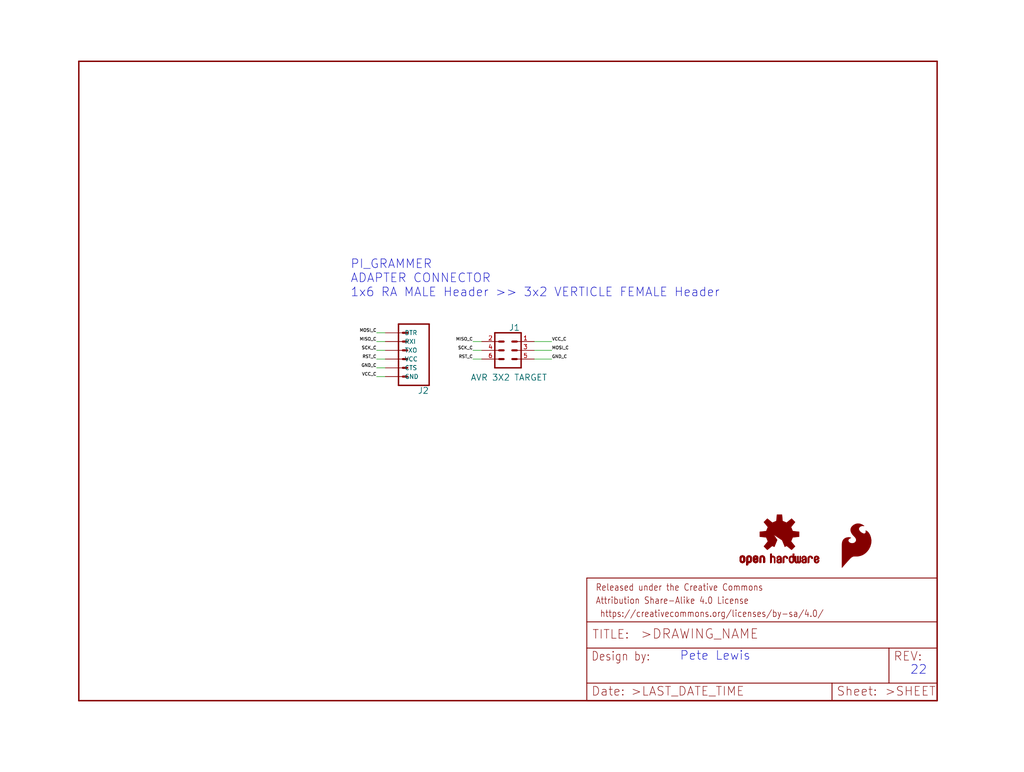
<source format=kicad_sch>
(kicad_sch (version 20211123) (generator eeschema)
  (paper "User" 297.002 223.926)
  (lib_symbols
    (symbol "eagleSchem-eagle-import:6_PIN_SERIAL_TARGETSMD"
      (property "Reference" "J" (at -7.62 10.668 0))
      (property "Value" "6_PIN_SERIAL_TARGETSMD" (at -7.62 -9.906 0))
      (symbol "6_PIN_SERIAL_TARGETSMD_1_0"
        (pin passive line (at 5.08 -5.08 180) (length 5.08) (name "DTR") (number "1"))
        (pin passive line (at 5.08 -2.54 180) (length 5.08) (name "RXI") (number "2"))
        (pin passive line (at 5.08 0 180) (length 5.08) (name "TXO") (number "3"))
        (pin passive line (at 5.08 2.54 180) (length 5.08) (name "VCC") (number "4"))
        (pin passive line (at 5.08 5.08 180) (length 5.08) (name "CTS") (number "5"))
        (pin passive line (at 5.08 7.62 180) (length 5.08) (name "GND") (number "6"))
      )
    )
    (symbol "eagleSchem-eagle-import:CONN_03X2SMT"
      (property "Reference" "J" (at -3.556 5.588 0))
      (property "Value" "CONN_03X2SMT" (at -3.302 -5.842 0))
      (symbol "CONN_03X2SMT_1_0"
        (pin bidirectional line (at -7.62 2.54 0) (length 5.08) (name "1") (number "1"))
        (pin bidirectional line (at 7.62 2.54 180) (length 5.08) (name "2") (number "2"))
        (pin bidirectional line (at -7.62 0 0) (length 5.08) (name "3") (number "3"))
        (pin bidirectional line (at 7.62 0 180) (length 5.08) (name "4") (number "4"))
        (pin bidirectional line (at -7.62 -2.54 0) (length 5.08) (name "5") (number "5"))
        (pin bidirectional line (at 7.62 -2.54 180) (length 5.08) (name "6") (number "6"))
      )
    )
    (symbol "eagleSchem-eagle-import:FRAME-LETTER"
      (symbol "FRAME-LETTER_2_0"
        (text " https://creativecommons.org/licenses/by-sa/4.0/" (at 2.54 24.13 0) (effects (font (size 1.9304 1.6408)) (justify left bottom)))
        (text ">DRAWING_NAME" (at 15.494 17.78 0) (effects (font (size 2.7432 2.7432)) (justify left bottom)))
        (text ">LAST_DATE_TIME" (at 12.7 1.27 0) (effects (font (size 2.54 2.54)) (justify left bottom)))
        (text ">SHEET" (at 86.36 1.27 0) (effects (font (size 2.54 2.54)) (justify left bottom)))
        (text "Attribution Share-Alike 4.0 License" (at 2.54 27.94 0) (effects (font (size 1.9304 1.6408)) (justify left bottom)))
        (text "Date:" (at 1.27 1.27 0) (effects (font (size 2.54 2.54)) (justify left bottom)))
        (text "Design by:" (at 1.27 11.43 0) (effects (font (size 2.54 2.159)) (justify left bottom)))
        (text "Released under the Creative Commons" (at 2.54 31.75 0) (effects (font (size 1.9304 1.6408)) (justify left bottom)))
        (text "REV:" (at 88.9 11.43 0) (effects (font (size 2.54 2.54)) (justify left bottom)))
        (text "Sheet:" (at 72.39 1.27 0) (effects (font (size 2.54 2.54)) (justify left bottom)))
        (text "TITLE:" (at 1.524 17.78 0) (effects (font (size 2.54 2.54)) (justify left bottom)))
      )
    )
    (symbol "eagleSchem-eagle-import:OSHW-LOGOMINI")
    (symbol "eagleSchem-eagle-import:SFE_LOGO_FLAME.1_INCH")
  )
  (wire (pts (xy 154.94 99.06) (xy 160.02 99.06)))
  (wire (pts (xy 139.7 101.6) (xy 137.16 101.6)))
  (wire (pts (xy 154.94 104.14) (xy 160.02 104.14)))
  (wire (pts (xy 111.76 109.22) (xy 109.22 109.22)))
  (wire (pts (xy 139.7 104.14) (xy 137.16 104.14)))
  (wire (pts (xy 154.94 101.6) (xy 160.02 101.6)))
  (wire (pts (xy 111.76 106.68) (xy 109.22 106.68)))
  (wire (pts (xy 111.76 101.6) (xy 109.22 101.6)))
  (wire (pts (xy 139.7 99.06) (xy 137.16 99.06)))
  (wire (pts (xy 111.76 96.52) (xy 109.22 96.52)))
  (wire (pts (xy 111.76 104.14) (xy 109.22 104.14)))
  (wire (pts (xy 111.76 99.06) (xy 109.22 99.06)))
  (text "22" (at 263.906 195.834 180) (effects (font (size 2.54 2.54)) (justify left bottom)))
  (text "PI_GRAMMER\nADAPTER CONNECTOR\n1x6 RA MALE Header >> 3x2 VERTICLE FEMALE Header" (at 101.6 86.36 0) (effects (font (size 2.54 2.54)) (justify left bottom)))
  (text "Pete Lewis" (at 197.104 191.77 180) (effects (font (size 2.54 2.54)) (justify left bottom)))
  (label "MOSI_C" (at 109.22 96.52 180) (effects (font (size 0.889 0.889))))
  (label "VCC_C" (at 109.22 109.22 180) (effects (font (size 0.889 0.889))))
  (label "MOSI_C" (at 160.02 101.6 0) (effects (font (size 0.889 0.889))))
  (label "SCK_C" (at 137.16 101.6 180) (effects (font (size 0.889 0.889))))
  (label "MISO_C" (at 137.16 99.06 180) (effects (font (size 0.889 0.889))))
  (label "VCC_C" (at 160.02 99.06 0) (effects (font (size 0.889 0.889))))
  (label "GND_C" (at 109.22 106.68 180) (effects (font (size 0.889 0.889))))
  (label "RST_C" (at 109.22 104.14 180) (effects (font (size 0.889 0.889))))
  (label "SCK_C" (at 109.22 101.6 180) (effects (font (size 0.889 0.889))))
  (label "RST_C" (at 137.16 104.14 180) (effects (font (size 0.889 0.889))))
  (label "MISO_C" (at 109.22 99.06 180) (effects (font (size 0.889 0.889))))
  (label "GND_C" (at 160.02 104.14 0) (effects (font (size 0.889 0.889))))
  (symbol (lib_id "eagleSchem-eagle-import:CONN_03X2SMT") (at 147.32 101.6 0) (mirror y) (unit 1)
    (property "Reference" "J1" (at 150.876 96.012 0) (effects (font (size 1.778 1.778)) (justify left bottom)))
    (property "Value" "AVR 3X2 TARGET" (at 158.75 108.458 0) (effects (font (size 1.778 1.778)) (justify left top)))
    (property "Footprint" "eagleSchem:2X3_SMT_POSTS" (effects hide))
  )
  (symbol (lib_id "eagleSchem-eagle-import:6_PIN_SERIAL_TARGETSMD") (at 116.84 101.6 180) (unit 1)
    (property "Reference" "J2" (at 124.46 112.268 0) (effects (font (size 1.778 1.778)) (justify left bottom)))
    (property "Value" "CABLE" (at 124.46 91.694 0) (effects (font (size 1.778 1.778)) (justify left bottom)))
    (property "Footprint" "eagleSchem:1X06-SMD_RA_MALE" (effects hide))
    (property "Value" "CABLE" (effects hide))
  )
  (symbol (lib_id "eagleSchem-eagle-import:OSHW-LOGOMINI") (at 226.06 154.94 0) (unit 1)
    (property "Reference" "LOGO2" (effects hide))
    (property "Value" "OSHW-LOGOMINI" (effects hide))
    (property "Footprint" "eagleSchem:OSHW-LOGO-MINI" (effects hide))
  )
  (symbol (lib_id "eagleSchem-eagle-import:FRAME-LETTER") (at 22.86 203.2 0) (unit 1)
    (property "Reference" "FRAME1" (effects hide))
    (property "Value" "FRAME-LETTER" (effects hide))
    (property "Footprint" "eagleSchem:CREATIVE_COMMONS" (effects hide))
  )
  (symbol (lib_id "eagleSchem-eagle-import:SFE_LOGO_FLAME.1_INCH") (at 243.84 165.1 0) (unit 1)
    (property "Reference" "LOGO1" (effects hide))
    (property "Value" "SFE_LOGO_FLAME.1_INCH" (effects hide))
    (property "Footprint" "eagleSchem:SFE_LOGO_FLAME_.1" (effects hide))
  )
  (symbol (lib_id "eagleSchem-eagle-import:FRAME-LETTER") (at 170.18 203.2 0) (unit 2)
    (property "Reference" "FRAME1" (effects hide))
    (property "Value" "FRAME-LETTER" (effects hide))
    (property "Footprint" "eagleSchem:CREATIVE_COMMONS" (effects hide))
  )
)
</source>
